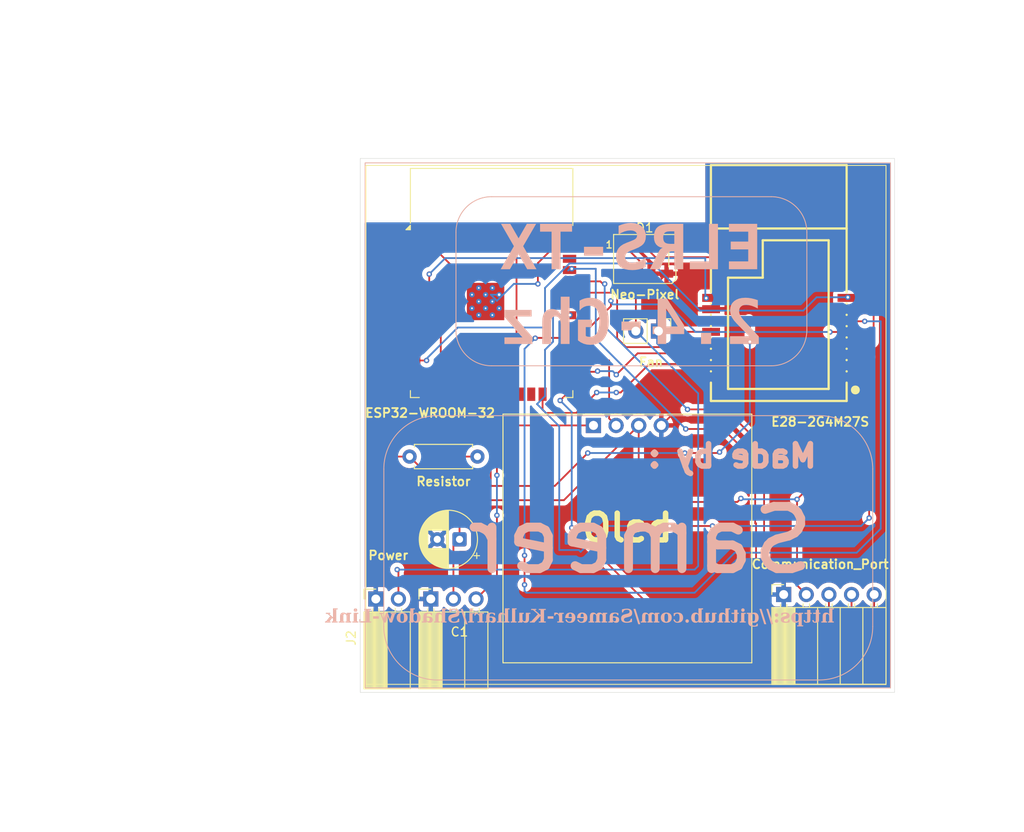
<source format=kicad_pcb>
(kicad_pcb (version 20241229) (generator "pcbnew") (generator_version "9.0")
  (layers (0 "F.Cu" signal) (2 "B.Cu" signal) (13 "F.Paste" user) (15 "B.Paste" user) (5 "F.SilkS" user "F.Silkscreen") (7 "B.SilkS" user "B.Silkscreen") (1 "F.Mask" user) (3 "B.Mask" user) (25 "Edge.Cuts" user))
  (net 0 "")
  (net 1 "GND")
  (net 2 "+3V3")
  (net 3 "/BOOT0")
  (net 4 "/RX")
  (net 5 "/TX")
  (net 6 "+5V")
  (net 7 "/DIN")
  (net 9 "/SDA")
  (net 10 "/SCL")
  (net 11 "/SPORT")
  (net 12 "Net-(U1-EN)")
  (net 13 "Net-(U1-GND-Pad1)")
  (net 14 "/RX_EN")
  (net 15 "/TX_EN")
  (net 17 "/DI02")
  (net 18 "/MOSI")
  (net 20 "/NSS")
  (net 26 "/NRESET")
  (net 28 "/BUSY")
  (net 34 "/DI01")
  (net 35 "/MISO")
  (net 37 "/SCK")
  (footprint "Connector_PinSocket_2.54mm:PinSocket_1x05_P2.54mm_Horizontal" (layer "F.Cu") (at 150.13 106.715 90)
    (property "Reference" "Communication_Port" (at 3.4 4.1 180) (layer "F.SilkS") (effects (font (thickness 0.2) (bold yes))))
    (property "Value" "Conn_01x05_Socket" (hide yes))
    (pad "1" thru_hole rect (at 0 0 90) (size 1.7 1.7) (drill 1) (layers "*.Cu" "*.Mask") (net 1 "GND"))
    (pad "2" thru_hole circle (at 0 2.54 90) (size 1.7 1.7) (drill 1) (layers "*.Cu" "*.Mask") (net 2 "+3V3"))
    (pad "3" thru_hole circle (at 0 5.08 90) (size 1.7 1.7) (drill 1) (layers "*.Cu" "*.Mask") (net 4 "/RX"))
    (pad "4" thru_hole circle (at 0 7.62 90) (size 1.7 1.7) (drill 1) (layers "*.Cu" "*.Mask") (net 5 "/TX"))
    (pad "5" thru_hole circle (at 0 10.16 90) (size 1.7 1.7) (drill 1) (layers "*.Cu" "*.Mask") (net 3 "/BOOT0"))
  )
  (footprint "ScottoKeebs_Components:OLED_128x64" (layer "F.Cu") (at 132.58 87.715)
    (property "Reference" "J1" (hide yes))
    (property "Value" "Oled" (at 0 11.5 0) (layer "F.SilkS") (effects (font (size 3 3) (thickness 0.6) (bold yes))))
    (pad "1" thru_hole rect (at -3.81 0 90) (size 1.7 1.7) (drill 1) (layers "*.Cu" "*.Mask") (net 9 "/SDA"))
    (pad "2" thru_hole oval (at -1.27 0 90) (size 1.7 1.7) (drill 1) (layers "*.Cu" "*.Mask") (net 10 "/SCL"))
    (pad "3" thru_hole oval (at 1.27 0 90) (size 1.7 1.7) (drill 1) (layers "*.Cu" "*.Mask") (net 2 "+3V3"))
    (pad "4" thru_hole oval (at 3.81 0 90) (size 1.7 1.7) (drill 1) (layers "*.Cu" "*.Mask") (net 1 "GND"))
  )
  (footprint "ScottoKeebs_Components:OLED_128x64" (layer "F.Cu") (at 132.58 87.715)
    (property "Reference" "J1" (hide yes))
    (property "Value" "Oled" (at 0 11.5 0) (layer "F.SilkS") (effects (font (size 3 3) (thickness 0.6) (bold yes))))
    (pad "1" thru_hole rect (at -3.81 0 90) (size 1.7 1.7) (drill 1) (layers "*.Cu" "*.Mask") (net 9 "/SDA"))
    (pad "2" thru_hole oval (at -1.27 0 90) (size 1.7 1.7) (drill 1) (layers "*.Cu" "*.Mask") (net 10 "/SCL"))
    (pad "3" thru_hole oval (at 1.27 0 90) (size 1.7 1.7) (drill 1) (layers "*.Cu" "*.Mask") (net 2 "+3V3"))
    (pad "4" thru_hole oval (at 3.81 0 90) (size 1.7 1.7) (drill 1) (layers "*.Cu" "*.Mask") (net 1 "GND"))
  )
  (footprint "Resistor_THT:R_Axial_DIN0207_L6.3mm_D2.5mm_P7.62mm_Horizontal" (layer "F.Cu") (at 108.12 91.215)
    (property "Reference" "R1" (hide yes))
    (property "Value" "Resistor" (at 3.81 2.8 0) (layer "F.SilkS") (effects (font (thickness 0.2) (bold yes))))
    (pad "1" thru_hole circle (at 0 0) (size 1.6 1.6) (drill 0.8) (layers "*.Cu" "*.Mask") (net 2 "+3V3"))
    (pad "2" thru_hole circle (at 7.62 0) (size 1.6 1.6) (drill 0.8) (layers "*.Cu" "*.Mask") (net 12 "Net-(U1-EN)"))
  )
  (footprint "Connector_PinSocket_2.54mm:PinSocket_1x02_P2.54mm_Horizontal" (layer "F.Cu") (at 104.33 107.215 90)
    (property "Reference" "J2" (at -4.38 -2.77 90) (layer "F.SilkS"))
    (property "Value" "Power")
    (pad "1" thru_hole rect (at 0 0 90) (size 1.7 1.7) (drill 1) (layers "*.Cu" "*.Mask") (net 1 "GND"))
    (pad "2" thru_hole circle (at 0 2.54 90) (size 1.7 1.7) (drill 1) (layers "*.Cu" "*.Mask") (net 6 "+5V"))
  )
  (footprint "Capacitor_THT:CP_Radial_D6.3mm_P2.50mm" (layer "F.Cu") (at 113.73 100.515 180)
    (property "Reference" "C1" (at 0.01 -10.4 0) (layer "F.SilkS"))
    (property "Value" "C_Polarized" (hide yes))
    (pad "1" thru_hole roundrect (at 0 0 180) (size 1.6 1.6) (drill 0.8) (layers "*.Cu" "*.Mask") (roundrect_rratio 0.15625) (net 2 "+3V3"))
    (pad "2" thru_hole circle (at 2.5 0 180) (size 1.6 1.6) (drill 0.8) (layers "*.Cu" "*.Mask") (net 1 "GND"))
  )
  (footprint "Connector_PinHeader_2.54mm:PinHeader_1x02_P2.54mm_Vertical" (layer "F.Cu") (at 136.07 77.115 -90)
    (property "Reference" "J3" (hide yes))
    (property "Value" "Fan" (at 3.5 0.84 180) (layer "F.SilkS") (effects (font (thickness 0.2) (bold yes))))
    (pad "1" thru_hole rect (at 0 0 270) (size 1.7 1.7) (drill 1) (layers "*.Cu" "*.Mask") (net 1 "GND"))
    (pad "2" thru_hole circle (at 0 2.54 270) (size 1.7 1.7) (drill 1) (layers "*.Cu" "*.Mask") (net 6 "+5V"))
  )
  (footprint "E28-2G4M27S:WIRELM-SMD_E28-2G4M2XS" (layer "F.Cu") (at 149.58 77.83 180)
    (property "Reference" "U2" (hide yes))
    (property "Value" "~")
    (property "Manufacturer Part" "E28-2G4M27S" (at -4.65 -9.485 0) (layer "F.SilkS") (effects (font (thickness 0.2) (bold yes))))
    (pad "1" smd rect (at -7.6 -4.445 180) (size 2 0.9) (layers "F.Cu" "F.Mask" "F.Paste") (net 2 "+3V3"))
    (pad "2" smd rect (at -7.6 -3.175 180) (size 2 0.9) (layers "F.Cu" "F.Mask" "F.Paste") (net 1 "GND"))
    (pad "3" smd rect (at -7.6 -1.905 180) (size 2 0.9) (layers "F.Cu" "F.Mask" "F.Paste") (net 35 "/MISO"))
    (pad "4" smd rect (at -7.6 -0.635 180) (size 2 0.9) (layers "F.Cu" "F.Mask" "F.Paste") (net 18 "/MOSI"))
    (pad "5" smd rect (at -7.6 0.635 180) (size 2 0.9) (layers "F.Cu" "F.Mask" "F.Paste") (net 37 "/SCK"))
    (pad "6" smd rect (at -7.6 1.905 180) (size 2 0.9) (layers "F.Cu" "F.Mask" "F.Paste") (net 20 "/NSS"))
    (pad "7" smd rect (at -7.6 3.175 180) (size 2 0.9) (layers "F.Cu" "F.Mask" "F.Paste") (net 1 "GND"))
    (pad "8" smd rect (at -7.6 4.445 180) (size 2 0.9) (layers "F.Cu" "F.Mask" "F.Paste") (net 14 "/RX_EN"))
    (pad "9" smd rect (at 7.6 4.445 180) (size 2 0.9) (layers "F.Cu" "F.Mask" "F.Paste") (net 15 "/TX_EN"))
    (pad "10" smd rect (at 7.6 3.175 180) (size 2 0.9) (layers "F.Cu" "F.Mask" "F.Paste") (net 1 "GND"))
    (pad "11" smd rect (at 7.6 1.905 180) (size 2 0.9) (layers "F.Cu" "F.Mask" "F.Paste") (net 26 "/NRESET"))
    (pad "12" smd rect (at 7.6 0.635 180) (size 2 0.9) (layers "F.Cu" "F.Mask" "F.Paste") (net 28 "/BUSY"))
    (pad "13" smd rect (at 7.6 -0.635 180) (size 2 0.9) (layers "F.Cu" "F.Mask" "F.Paste") (net 34 "/DI01"))
    (pad "14" smd rect (at 7.6 -1.905 180) (size 2 0.9) (layers "F.Cu" "F.Mask" "F.Paste") (net 17 "/DI02"))
    (pad "15" smd rect (at 7.6 -3.175 180) (size 2 0.9) (layers "F.Cu" "F.Mask" "F.Paste"))
    (pad "16" smd rect (at 7.6 -4.445 180) (size 2 0.9) (layers "F.Cu" "F.Mask" "F.Paste") (net 1 "GND"))
  )
  (footprint "RF_Module:ESP32-WROOM-32" (layer "F.Cu") (at 117.335 74.7)
    (property "Reference" "U1" (hide yes))
    (property "Value" "ESP32-WROOM-32" (at -6.905 11.615 0) (layer "F.SilkS") (effects (font (thickness 0.2) (bold yes))))
    (pad "1" smd rect (at -8.75 -8.25) (size 1.5 0.9) (layers "F.Cu" "F.Mask" "F.Paste") (net 13 "Net-(U1-GND-Pad1)"))
    (pad "2" smd rect (at -8.75 -6.98) (size 1.5 0.9) (layers "F.Cu" "F.Mask" "F.Paste") (net 2 "+3V3"))
    (pad "3" smd rect (at -8.75 -5.71) (size 1.5 0.9) (layers "F.Cu" "F.Mask" "F.Paste") (net 12 "Net-(U1-EN)"))
    (pad "4" smd rect (at -8.75 -4.44) (size 1.5 0.9) (layers "F.Cu" "F.Mask" "F.Paste"))
    (pad "5" smd rect (at -8.75 -3.17) (size 1.5 0.9) (layers "F.Cu" "F.Mask" "F.Paste"))
    (pad "6" smd rect (at -8.75 -1.9) (size 1.5 0.9) (layers "F.Cu" "F.Mask" "F.Paste"))
    (pad "7" smd rect (at -8.75 -0.63) (size 1.5 0.9) (layers "F.Cu" "F.Mask" "F.Paste"))
    (pad "8" smd rect (at -8.75 0.64) (size 1.5 0.9) (layers "F.Cu" "F.Mask" "F.Paste"))
    (pad "9" smd rect (at -8.75 1.91) (size 1.5 0.9) (layers "F.Cu" "F.Mask" "F.Paste"))
    (pad "10" smd rect (at -8.75 3.18) (size 1.5 0.9) (layers "F.Cu" "F.Mask" "F.Paste"))
    (pad "11" smd rect (at -8.75 4.45) (size 1.5 0.9) (layers "F.Cu" "F.Mask" "F.Paste") (net 15 "/TX_EN"))
    (pad "12" smd rect (at -8.75 5.72) (size 1.5 0.9) (layers "F.Cu" "F.Mask" "F.Paste") (net 14 "/RX_EN"))
    (pad "13" smd rect (at -8.75 6.99) (size 1.5 0.9) (layers "F.Cu" "F.Mask" "F.Paste") (net 26 "/NRESET"))
    (pad "14" smd rect (at -8.75 8.26) (size 1.5 0.9) (layers "F.Cu" "F.Mask" "F.Paste"))
    (pad "15" smd rect (at -5.71 9.51 90) (size 1.5 0.9) (layers "F.Cu" "F.Mask" "F.Paste") (net 13 "Net-(U1-GND-Pad1)"))
    (pad "16" smd rect (at -4.44 9.51 90) (size 1.5 0.9) (layers "F.Cu" "F.Mask" "F.Paste") (net 11 "/SPORT"))
    (pad "17" smd rect (at -3.17 9.51 90) (size 1.5 0.9) (layers "F.Cu" "F.Mask" "F.Paste") (net 9 "/SDA"))
    (pad "18" smd rect (at -1.9 9.51 90) (size 1.5 0.9) (layers "F.Cu" "F.Mask" "F.Paste") (net 7 "/DIN"))
    (pad "19" smd rect (at -0.63 9.51 90) (size 1.5 0.9) (layers "F.Cu" "F.Mask" "F.Paste"))
    (pad "20" smd rect (at 0.64 9.51 90) (size 1.5 0.9) (layers "F.Cu" "F.Mask" "F.Paste"))
    (pad "21" smd rect (at 1.91 9.51 90) (size 1.5 0.9) (layers "F.Cu" "F.Mask" "F.Paste"))
    (pad "22" smd rect (at 3.18 9.51 90) (size 1.5 0.9) (layers "F.Cu" "F.Mask" "F.Paste"))
    (pad "23" smd rect (at 4.45 9.51 90) (size 1.5 0.9) (layers "F.Cu" "F.Mask" "F.Paste"))
    (pad "24" smd rect (at 5.72 9.51 90) (size 1.5 0.9) (layers "F.Cu" "F.Mask" "F.Paste") (net 17 "/DI02"))
    (pad "25" smd rect (at 8.75 8.26) (size 1.5 0.9) (layers "F.Cu" "F.Mask" "F.Paste") (net 3 "/BOOT0"))
    (pad "26" smd rect (at 8.75 6.99) (size 1.5 0.9) (layers "F.Cu" "F.Mask" "F.Paste") (net 34 "/DI01"))
    (pad "27" smd rect (at 8.75 5.72) (size 1.5 0.9) (layers "F.Cu" "F.Mask" "F.Paste") (net 10 "/SCL"))
    (pad "28" smd rect (at 8.75 4.45) (size 1.5 0.9) (layers "F.Cu" "F.Mask" "F.Paste"))
    (pad "29" smd rect (at 8.75 3.18) (size 1.5 0.9) (layers "F.Cu" "F.Mask" "F.Paste") (net 20 "/NSS"))
    (pad "30" smd rect (at 8.75 1.91) (size 1.5 0.9) (layers "F.Cu" "F.Mask" "F.Paste") (net 37 "/SCK"))
    (pad "31" smd rect (at 8.75 0.64) (size 1.5 0.9) (layers "F.Cu" "F.Mask" "F.Paste") (net 35 "/MISO"))
    (pad "32" smd rect (at 8.75 -0.63) (size 1.5 0.9) (layers "F.Cu" "F.Mask" "F.Paste"))
    (pad "33" smd rect (at 8.75 -1.9) (size 1.5 0.9) (layers "F.Cu" "F.Mask" "F.Paste") (net 28 "/BUSY"))
    (pad "34" smd rect (at 8.75 -3.17) (size 1.5 0.9) (layers "F.Cu" "F.Mask" "F.Paste") (net 4 "/RX"))
    (pad "35" smd rect (at 8.75 -4.44) (size 1.5 0.9) (layers "F.Cu" "F.Mask" "F.Paste") (net 5 "/TX"))
    (pad "36" smd rect (at 8.75 -5.71) (size 1.5 0.9) (layers "F.Cu" "F.Mask" "F.Paste"))
    (pad "37" smd rect (at 8.75 -6.98) (size 1.5 0.9) (layers "F.Cu" "F.Mask" "F.Paste") (net 18 "/MOSI"))
    (pad "38" smd rect (at 8.75 -8.25) (size 1.5 0.9) (layers "F.Cu" "F.Mask" "F.Paste") (net 13 "Net-(U1-GND-Pad1)"))
    (pad "39" smd rect (at -2.205 -2.435) (size 1.05 1.05) (layers "F.Cu" "F.Paste") (net 13 "Net-(U1-GND-Pad1)"))
    (pad "39" thru_hole circle (at -2.205 -1.6725) (size 0.6 0.6) (drill 0.2) (property pad_prop_heatsink) (layers "*.Cu" "F.Mask") (net 13 "Net-(U1-GND-Pad1)"))
    (pad "39" smd rect (at -2.205 -0.91) (size 1.05 1.05) (layers "F.Cu" "F.Paste") (net 13 "Net-(U1-GND-Pad1)"))
    (pad "39" thru_hole circle (at -2.205 -0.1475) (size 0.6 0.6) (drill 0.2) (property pad_prop_heatsink) (layers "*.Cu" "F.Mask") (net 13 "Net-(U1-GND-Pad1)"))
    (pad "39" smd rect (at -2.205 0.615) (size 1.05 1.05) (layers "F.Cu" "F.Paste") (net 13 "Net-(U1-GND-Pad1)"))
    (pad "39" thru_hole circle (at -1.4425 -2.435) (size 0.6 0.6) (drill 0.2) (property pad_prop_heatsink) (layers "*.Cu" "F.Mask") (net 13 "Net-(U1-GND-Pad1)"))
    (pad "39" thru_hole circle (at -1.4425 -0.91) (size 0.6 0.6) (drill 0.2) (property pad_prop_heatsink) (layers "*.Cu" "F.Mask") (net 13 "Net-(U1-GND-Pad1)"))
    (pad "39" thru_hole circle (at -1.4425 0.615) (size 0.6 0.6) (drill 0.2) (property pad_prop_heatsink) (layers "*.Cu" "F.Mask") (net 13 "Net-(U1-GND-Pad1)"))
    (pad "39" smd rect (at -0.68 -2.435) (size 1.05 1.05) (layers "F.Cu" "F.Paste") (net 13 "Net-(U1-GND-Pad1)"))
    (pad "39" thru_hole circle (at -0.68 -1.6725) (size 0.6 0.6) (drill 0.2) (property pad_prop_heatsink) (layers "*.Cu" "F.Mask") (net 13 "Net-(U1-GND-Pad1)"))
    (pad "39" smd rect (at -0.68 -0.91) (size 1.05 1.05) (layers "F.Cu" "F.Paste") (net 13 "Net-(U1-GND-Pad1)"))
    (pad "39" smd rect (at -0.68 -0.91) (size 4.2 4.2) (property pad_prop_heatsink) (layers "F.Cu" "F.Mask") (net 13 "Net-(U1-GND-Pad1)"))
    (pad "39" thru_hole circle (at -0.68 -0.1475) (size 0.6 0.6) (drill 0.2) (property pad_prop_heatsink) (layers "*.Cu" "F.Mask") (net 13 "Net-(U1-GND-Pad1)"))
    (pad "39" smd rect (at -0.68 0.615) (size 1.05 1.05) (layers "F.Cu" "F.Paste") (net 13 "Net-(U1-GND-Pad1)"))
    (pad "39" thru_hole circle (at 0.0825 -2.435) (size 0.6 0.6) (drill 0.2) (property pad_prop_heatsink) (layers "*.Cu" "F.Mask") (net 13 "Net-(U1-GND-Pad1)"))
    (pad "39" thru_hole circle (at 0.0825 -0.91) (size 0.6 0.6) (drill 0.2) (property pad_prop_heatsink) (layers "*.Cu" "F.Mask") (net 13 "Net-(U1-GND-Pad1)"))
    (pad "39" thru_hole circle (at 0.0825 0.615) (size 0.6 0.6) (drill 0.2) (property pad_prop_heatsink) (layers "*.Cu" "F.Mask") (net 13 "Net-(U1-GND-Pad1)"))
    (pad "39" smd rect (at 0.845 -2.435) (size 1.05 1.05) (layers "F.Cu" "F.Paste") (net 13 "Net-(U1-GND-Pad1)"))
    (pad "39" thru_hole circle (at 0.845 -1.6725) (size 0.6 0.6) (drill 0.2) (property pad_prop_heatsink) (layers "*.Cu" "F.Mask") (net 13 "Net-(U1-GND-Pad1)"))
    (pad "39" smd rect (at 0.845 -0.91) (size 1.05 1.05) (layers "F.Cu" "F.Paste") (net 13 "Net-(U1-GND-Pad1)"))
    (pad "39" thru_hole circle (at 0.845 -0.1475) (size 0.6 0.6) (drill 0.2) (property pad_prop_heatsink) (layers "*.Cu" "F.Mask") (net 13 "Net-(U1-GND-Pad1)"))
    (pad "39" smd rect (at 0.845 0.615) (size 1.05 1.05) (layers "F.Cu" "F.Paste") (net 13 "Net-(U1-GND-Pad1)"))
    (zone (net 0) (net_name "") (layers "F.Cu" "B.Cu") (connect_pads (clearance 0)) (min_thickness 0.254)
      (keepout (tracks not_allowed) (vias not_allowed) (pads not_allowed) (copperpour not_allowed) (footprints not_allowed))
      (fill (thermal_gap 0.508) (thermal_bridge_width 0.508))
      (polygon (pts (xy 93.335 64.9) (xy 141.335 64.9) (xy 141.335 43.96) (xy 93.335 43.96)))
    )
  )
  (footprint "LED_SMD:LED_WS2812B_PLCC4_5.0x5.0mm_P3.2mm" (layer "F.Cu") (at 134.53 69.015)
    (property "Reference" "D1" (at 0 -3.5 0) (layer "F.SilkS"))
    (property "Value" "Neo-Pixel" (at 0 4 0) (layer "F.SilkS") (effects (font (thickness 0.2) (bold yes))))
    (fp_text user "1" (at -4 -1.6 0) (layer "F.SilkS") (effects (font (size 0.8 0.8))))
    (pad "1" smd roundrect (at -2.45 -1.65) (size 1.5 0.9) (layers "F.Cu" "F.Mask" "F.Paste") (roundrect_rratio 0.1) (net 6 "+5V"))
    (pad "2" smd roundrect (at -2.45 1.65) (size 1.5 0.9) (layers "F.Cu" "F.Mask" "F.Paste") (roundrect_rratio 0.1))
    (pad "3" smd roundrect (at 2.45 1.65) (size 1.5 0.9) (layers "F.Cu" "F.Mask" "F.Paste") (roundrect_rratio 0.1) (net 1 "GND"))
    (pad "4" smd roundrect (at 2.45 -1.65) (size 1.5 0.9) (layers "F.Cu" "F.Mask" "F.Paste") (roundrect_rratio 0.1) (net 7 "/DIN"))
  )
  (footprint "Connector_PinSocket_2.54mm:PinSocket_1x03_P2.54mm_Horizontal" (layer "F.Cu") (at 110.505 107.215 90)
    (property "Reference" "Power" (at 4.9 -4.775 180) (layer "F.SilkS") (effects (font (thickness 0.2) (bold yes))))
    (property "Value" "Conn_01x03_Socket" (hide yes))
    (pad "1" thru_hole rect (at 0 0 90) (size 1.7 1.7) (drill 1) (layers "*.Cu" "*.Mask") (net 1 "GND"))
    (pad "2" thru_hole circle (at 0 2.54 90) (size 1.7 1.7) (drill 1) (layers "*.Cu" "*.Mask") (net 2 "+3V3"))
    (pad "3" thru_hole circle (at 0 5.08 90) (size 1.7 1.7) (drill 1) (layers "*.Cu" "*.Mask") (net 11 "/SPORT"))
  )
  (gr_rect (start 103.22 58.505) (end 161.62 116.805) (stroke (width 0.1)) (fill no) (layer "F.SilkS"))
  (gr_line (start 152.73 66.015) (end 152.73 77.015) (stroke (width 0.1)) (layer "B.SilkS"))
  (gr_line (start 111.23 86.615) (end 154.13 86.615) (stroke (width 0.1)) (layer "B.SilkS"))
  (gr_line (start 113.33 77.015) (end 113.33 66.015) (stroke (width 0.1)) (layer "B.SilkS"))
  (gr_arc (start 105.23 92.615) (mid 106.987359 88.372359) (end 111.23 86.615) (stroke (width 0.1)) (layer "B.SilkS"))
  (gr_arc (start 117.33 81.015) (mid 114.501573 79.843427) (end 113.33 77.015) (stroke (width 0.1)) (layer "B.SilkS"))
  (gr_arc (start 111.23 116.315) (mid 106.987359 114.557641) (end 105.23 110.315) (stroke (width 0.1)) (layer "B.SilkS"))
  (gr_rect (start 103.13 58.215) (end 162.13 117.215) (stroke (width 0.1)) (fill no) (layer "B.SilkS"))
  (gr_arc (start 152.73 77.015) (mid 151.558427 79.843427) (end 148.73 81.015) (stroke (width 0.1)) (layer "B.SilkS"))
  (gr_line (start 148.73 81.015) (end 117.33 81.015) (stroke (width 0.1)) (layer "B.SilkS"))
  (gr_line (start 160.13 92.615) (end 160.13 110.315) (stroke (width 0.1)) (layer "B.SilkS"))
  (gr_arc (start 148.73 62.015) (mid 151.558427 63.186573) (end 152.73 66.015) (stroke (width 0.1)) (layer "B.SilkS"))
  (gr_arc (start 160.13 110.315) (mid 158.372641 114.557641) (end 154.13 116.315) (stroke (width 0.1)) (layer "B.SilkS"))
  (gr_line (start 154.13 116.315) (end 111.23 116.315) (stroke (width 0.1)) (layer "B.SilkS"))
  (gr_arc (start 113.33 66.015) (mid 114.501573 63.186573) (end 117.33 62.015) (stroke (width 0.1)) (layer "B.SilkS"))
  (gr_line (start 117.33 62.015) (end 148.73 62.015) (stroke (width 0.1)) (layer "B.SilkS"))
  (gr_line (start 105.23 110.315) (end 105.23 92.615) (stroke (width 0.1)) (layer "B.SilkS"))
  (gr_arc (start 154.13 86.615) (mid 158.372641 88.372359) (end 160.13 92.615) (stroke (width 0.1)) (layer "B.SilkS"))
  (gr_rect (start 102.58 57.715) (end 162.58 117.715) (stroke (width 0.05)) (fill no) (layer "Edge.Cuts"))
  (gr_text "Made by :" (at 154.13 92.615 0) (layer "B.SilkS") (effects (font (size 2.5 2.5) (thickness 0.625) (bold yes)) (justify left bottom mirror)))
  (gr_text "Sameer" (at 154.03 104.715 0) (layer "B.SilkS") (effects (font (size 7 7) (thickness 1)) (justify left bottom mirror)))
  (gr_text "https://github.com/Sameer-Kulhari/Shadow-Link" (at 155.83 110.115 0) (layer "B.SilkS") (effects (font (size 1.5 1.5) (thickness 0.2) (bold yes)) (justify left bottom mirror)))
  (gr_text "ELRS-TX\n2.4-Ghz" (at 147.73 79.415 0) (layer "B.SilkS") (effects (font (size 5 5) (thickness 0.2) (bold yes)) (justify left bottom mirror)))
  (segment (start 104.33 110.415) (end 110.53 110.415) (width 0.2) (layer "F.Cu") (net 1))
  (segment (start 142.83 72.215) (end 150.23 72.215) (width 0.2) (layer "F.Cu") (net 1))
  (segment (start 136.39 87.715) (end 141.83 82.275) (width 0.2) (layer "F.Cu") (net 1))
  (segment (start 141.83 82.275) (end 141.98 82.275) (width 0.2) (layer "F.Cu") (net 1))
  (segment (start 110.53 110.415) (end 110.505 110.39) (width 0.2) (layer "F.Cu") (net 1))
  (segment (start 150.33 81.115) (end 150.53 81.115) (width 0.2) (layer "F.Cu") (net 1))
  (segment (start 136.98 70.665) (end 141.28 70.665) (width 0.2) (layer "F.Cu") (net 1))
  (segment (start 150.64 81.005) (end 157.18 81.005) (width 0.2) (layer "F.Cu") (net 1))
  (segment (start 110.505 110.39) (end 110.505 107.215) (width 0.2) (layer "F.Cu") (net 1))
  (segment (start 104.33 107.215) (end 104.33 110.415) (width 0.2) (layer "F.Cu") (net 1))
  (segment (start 150.13 81.115) (end 150.33 81.115) (width 0.2) (layer "F.Cu") (net 1))
  (segment (start 110.505 101.24) (end 111.23 100.515) (width 0.2) (layer "F.Cu") (net 1))
  (segment (start 136.07 71.575) (end 136.98 70.665) (width 0.2) (layer "F.Cu") (net 1))
  (segment (start 150.37 74.655) (end 150.43 74.715) (width 0.2) (layer "F.Cu") (net 1))
  (segment (start 136.07 77.115) (end 136.07 71.575) (width 0.2) (layer "F.Cu") (net 1))
  (segment (start 150.33 74.715) (end 150.43 74.715) (width 0.2) (layer "F.Cu") (net 1))
  (segment (start 141.98 82.275) (end 150.09 82.275) (width 0.2) (layer "F.Cu") (net 1))
  (segment (start 150.13 82.315) (end 150.13 81.115) (width 0.2) (layer "F.Cu") (net 1))
  (segment (start 150.49 74.655) (end 157.18 74.655) (width 0.2) (layer "F.Cu") (net 1))
  (segment (start 150.53 81.115) (end 150.64 81.005) (width 0.2) (layer "F.Cu") (net 1))
  (segment (start 150.33 81.115) (end 150.33 74.715) (width 0.2) (layer "F.Cu") (net 1))
  (segment (start 150.23 72.215) (end 150.23 74.515) (width 0.2) (layer "F.Cu") (net 1))
  (segment (start 141.98 74.655) (end 150.37 74.655) (width 0.2) (layer "F.Cu") (net 1))
  (segment (start 110.505 107.215) (end 110.505 101.24) (width 0.2) (layer "F.Cu") (net 1))
  (segment (start 150.09 82.275) (end 150.13 82.315) (width 0.2) (layer "F.Cu") (net 1))
  (segment (start 141.28 70.665) (end 142.83 72.215) (width 0.2) (layer "F.Cu") (net 1))
  (segment (start 150.23 74.515) (end 150.43 74.715) (width 0.2) (layer "F.Cu") (net 1))
  (segment (start 150.43 74.715) (end 150.49 74.655) (width 0.2) (layer "F.Cu") (net 1))
  (segment (start 150.13 106.715) (end 150.13 82.315) (width 0.2) (layer "F.Cu") (net 1))
  (segment (start 113.045 107.215) (end 113.045 101.2) (width 0.2) (layer "F.Cu") (net 2))
  (segment (start 151.63 96.015) (end 157.18 90.465) (width 0.2) (layer "F.Cu") (net 2))
  (segment (start 133.83 96.315) (end 133.85 96.295) (width 0.2) (layer "F.Cu") (net 2))
  (segment (start 145.33 95.915) (end 144.93 96.315) (width 0.2) (layer "F.Cu") (net 2))
  (segment (start 125.45 96.115) (end 133.85 87.715) (width 0.2) (layer "F.Cu") (net 2))
  (segment (start 113.73 96.115) (end 125.45 96.115) (width 0.2) (layer "F.Cu") (net 2))
  (segment (start 152.67 106.715) (end 151.63 105.675) (width 0.2) (layer "F.Cu") (net 2))
  (segment (start 133.85 96.295) (end 133.85 87.715) (width 0.2) (layer "F.Cu") (net 2))
  (segment (start 103.73 91.215) (end 103.73 67.72) (width 0.2) (layer "F.Cu") (net 2))
  (segment (start 113.73 96.115) (end 113.02 96.115) (width 0.2) (layer "F.Cu") (net 2))
  (segment (start 144.93 96.315) (end 133.83 96.315) (width 0.2) (layer "F.Cu") (net 2))
  (segment (start 113.045 101.2) (end 113.73 100.515) (width 0.2) (layer "F.Cu") (net 2))
  (segment (start 113.73 100.515) (end 113.73 96.115) (width 0.2) (layer "F.Cu") (net 2))
  (segment (start 157.18 90.465) (end 157.18 82.275) (width 0.2) (layer "F.Cu") (net 2))
  (segment (start 108.12 91.215) (end 103.73 91.215) (width 0.2) (layer "F.Cu") (net 2))
  (segment (start 103.73 67.72) (end 108.585 67.72) (width 0.2) (layer "F.Cu") (net 2))
  (segment (start 151.63 105.675) (end 151.63 96.015) (width 0.2) (layer "F.Cu") (net 2))
  (segment (start 113.02 96.115) (end 108.12 91.215) (width 0.2) (layer "F.Cu") (net 2))
  (via (at 145.33 95.915) (size 0.6) (drill 0.3) (layers "F.Cu" "B.Cu") (net 2))
  (via (at 151.63 96.015) (size 0.6) (drill 0.3) (layers "F.Cu" "B.Cu") (net 2))
  (segment (start 145.33 95.915) (end 145.43 96.015) (width 0.2) (layer "B.Cu") (net 2))
  (segment (start 145.43 96.015) (end 151.63 96.015) (width 0.2) (layer "B.Cu") (net 2))
  (segment (start 160.29 112.355) (end 159.93 112.715) (width 0.2) (layer "F.Cu") (net 3))
  (segment (start 126.085 83.86) (end 126.085 82.96) (width 0.2) (layer "F.Cu") (net 3))
  (segment (start 125.03 84.915) (end 126.085 83.86) (width 0.2) (layer "F.Cu") (net 3))
  (segment (start 139.83 112.715) (end 126.33 99.215) (width 0.2) (layer "F.Cu") (net 3))
  (segment (start 159.93 112.715) (end 139.83 112.715) (width 0.2) (layer "F.Cu") (net 3))
  (segment (start 160.29 106.715) (end 160.29 112.355) (width 0.2) (layer "F.Cu") (net 3))
  (via (at 125.03 84.915) (size 0.6) (drill 0.3) (layers "F.Cu" "B.Cu") (net 3))
  (via (at 126.33 99.215) (size 0.6) (drill 0.3) (layers "F.Cu" "B.Cu") (net 3))
  (segment (start 126.33 86.215) (end 125.03 84.915) (width 0.2) (layer "B.Cu") (net 3))
  (segment (start 126.33 99.215) (end 126.33 86.215) (width 0.2) (layer "B.Cu") (net 3))
  (segment (start 155.21 109.235) (end 154.93 109.515) (width 0.2) (layer "F.Cu") (net 4))
  (segment (start 154.93 109.515) (end 154.83 109.415) (width 0.2) (layer "F.Cu") (net 4))
  (segment (start 143.63 85.915) (end 139.33 85.915) (width 0.2) (layer "F.Cu") (net 4))
  (segment (start 147.93 90.215) (end 143.63 85.915) (width 0.2) (layer "F.Cu") (net 4))
  (segment (start 129.83 71.815) (end 129.545 71.53) (width 0.2) (layer "F.Cu") (net 4))
  (segment (start 154.83 109.415) (end 148.03 109.415) (width 0.2) (layer "F.Cu") (net 4))
  (segment (start 148.03 109.415) (end 148.03 99.866939) (width 0.2) (layer "F.Cu") (net 4))
  (segment (start 155.21 106.715) (end 155.21 109.235) (width 0.2) (layer "F.Cu") (net 4))
  (segment (start 148.03 99.866939) (end 147.93 99.766939) (width 0.2) (layer "F.Cu") (net 4))
  (segment (start 129.545 71.53) (end 126.085 71.53) (width 0.2) (layer "F.Cu") (net 4))
  (segment (start 130.03 71.815) (end 129.83 71.815) (width 0.2) (layer "F.Cu") (net 4))
  (segment (start 147.93 99.766939) (end 147.93 90.215) (width 0.2) (layer "F.Cu") (net 4))
  (via (at 139.33 85.915) (size 0.6) (drill 0.3) (layers "F.Cu" "B.Cu") (net 4))
  (via (at 130.03 71.815) (size 0.6) (drill 0.3) (layers "F.Cu" "B.Cu") (net 4))
  (segment (start 139.33 85.915) (end 130.03 76.615) (width 0.2) (layer "B.Cu") (net 4))
  (segment (start 130.03 76.615) (end 130.03 71.815) (width 0.2) (layer "B.Cu") (net 4))
  (segment (start 157.75 110.295) (end 157.13 110.915) (width 0.2) (layer "F.Cu") (net 5))
  (segment (start 147.028528 98.716472) (end 146.93 98.716472) (width 0.2) (layer "F.Cu") (net 5))
  (segment (start 157.13 110.915) (end 147.53 110.915) (width 0.2) (layer "F.Cu") (net 5))
  (segment (start 143.33 88.115) (end 139.13 88.115) (width 0.2) (layer "F.Cu") (net 5))
  (segment (start 147.028528 110.413528) (end 147.028528 98.716472) (width 0.2) (layer "F.Cu") (net 5))
  (segment (start 147.53 110.915) (end 147.028528 110.413528) (width 0.2) (layer "F.Cu") (net 5))
  (segment (start 146.93 98.716472) (end 146.93 91.715) (width 0.2) (layer "F.Cu") (net 5))
  (segment (start 157.75 106.715) (end 157.75 110.295) (width 0.2) (layer "F.Cu") (net 5))
  (segment (start 146.93 91.715) (end 143.33 88.115) (width 0.2) (layer "F.Cu") (net 5))
  (via (at 126.33 70.115) (size 0.6) (drill 0.3) (layers "F.Cu" "B.Cu") (net 5))
  (via (at 139.13 88.115) (size 0.6) (drill 0.3) (layers "F.Cu" "B.Cu") (net 5))
  (segment (start 139.13 88.115) (end 129.03 78.015) (width 0.2) (layer "B.Cu") (net 5))
  (segment (start 126.13 70.115) (end 125.93 70.315) (width 0.2) (layer "B.Cu") (net 5))
  (segment (start 126.13 70.115) (end 126.33 70.115) (width 0.2) (layer "B.Cu") (net 5))
  (segment (start 129.03 78.015) (end 129.03 70.115) (width 0.2) (layer "B.Cu") (net 5))
  (segment (start 129.03 70.115) (end 126.33 70.115) (width 0.2) (layer "B.Cu") (net 5))
  (segment (start 133.53 73.215) (end 134.23 72.515) (width 0.2) (layer "F.Cu") (net 6))
  (segment (start 134.23 72.515) (end 134.23 69.515) (width 0.2) (layer "F.Cu") (net 6))
  (segment (start 133.53 77.115) (end 133.53 73.215) (width 0.2) (layer "F.Cu") (net 6))
  (segment (start 106.87 107.215) (end 106.87 104.055) (width 0.2) (layer "F.Cu") (net 6))
  (segment (start 134.23 69.515) (end 132.08 67.365) (width 0.2) (layer "F.Cu") (net 6))
  (segment (start 106.87 104.055) (end 106.73 103.915) (width 0.2) (layer "F.Cu") (net 6))
  (via (at 106.73 103.915) (size 0.6) (drill 0.3) (layers "F.Cu" "B.Cu") (net 6))
  (segment (start 106.73 103.915) (end 140.13 103.915) (width 0.2) (layer "B.Cu") (net 6))
  (segment (start 140.53 103.515) (end 140.53 84.115) (width 0.2) (layer "B.Cu") (net 6))
  (segment (start 140.53 84.115) (end 133.53 77.115) (width 0.2) (layer "B.Cu") (net 6))
  (segment (start 140.13 103.915) (end 140.53 103.515) (width 0.2) (layer "B.Cu") (net 6))
  (segment (start 120.13 65.215) (end 120.13 78.565) (width 0.2) (layer "F.Cu") (net 7))
  (segment (start 134.83 65.215) (end 120.13 65.215) (width 0.2) (layer "F.Cu") (net 7))
  (segment (start 136.98 67.365) (end 134.83 65.215) (width 0.2) (layer "F.Cu") (net 7))
  (segment (start 115.435 83.26) (end 115.435 84.21) (width 0.2) (layer "F.Cu") (net 7))
  (segment (start 120.13 78.565) (end 115.435 83.26) (width 0.2) (layer "F.Cu") (net 7))
  (segment (start 118.13 87.415) (end 114.63 87.415) (width 0.2) (layer "F.Cu") (net 9))
  (segment (start 118.43 87.715) (end 118.13 87.415) (width 0.2) (layer "F.Cu") (net 9))
  (segment (start 114.165 86.88) (end 114.165 84.21) (width 0.2) (layer "F.Cu") (net 9))
  (segment (start 128.77 87.715) (end 118.43 87.715) (width 0.2) (layer "F.Cu") (net 9))
  (segment (start 114.63 87.415) (end 114.13 86.915) (width 0.2) (layer "F.Cu") (net 9))
  (segment (start 114.13 86.915) (end 114.165 86.88) (width 0.2) (layer "F.Cu") (net 9))
  (segment (start 130.53 86.935) (end 130.53 80.42) (width 0.2) (layer "F.Cu") (net 10))
  (segment (start 131.31 87.715) (end 130.53 86.935) (width 0.2) (layer "F.Cu") (net 10))
  (segment (start 130.53 80.42) (end 126.085 80.42) (width 0.2) (layer "F.Cu") (net 10))
  (segment (start 117.93 93.315) (end 117.93 88.315) (width 0.2) (layer "F.Cu") (net 11))
  (segment (start 112.895 87.95) (end 112.895 84.21) (width 0.2) (layer "F.Cu") (net 11))
  (segment (start 115.585 107.215) (end 117.93 104.87) (width 0.2) (layer "F.Cu") (net 11))
  (segment (start 112.63 88.215) (end 112.895 87.95) (width 0.2) (layer "F.Cu") (net 11))
  (segment (start 112.73 88.315) (end 112.63 88.215) (width 0.2) (layer "F.Cu") (net 11))
  (segment (start 117.93 88.315) (end 112.73 88.315) (width 0.2) (layer "F.Cu") (net 11))
  (segment (start 117.93 104.87) (end 117.93 97.815) (width 0.2) (layer "F.Cu") (net 11))
  (via (at 117.93 93.315) (size 0.6) (drill 0.3) (layers "F.Cu" "B.Cu") (net 11))
  (via (at 117.93 97.815) (size 0.6) (drill 0.3) (layers "F.Cu" "B.Cu") (net 11))
  (segment (start 117.93 97.815) (end 117.93 93.315) (width 0.2) (layer "B.Cu") (net 11))
  (segment (start 104.93 88.115) (end 104.93 70.615) (width 0.2) (layer "F.Cu") (net 12))
  (segment (start 104.93 70.615) (end 106.555 68.99) (width 0.2) (layer "F.Cu") (net 12))
  (segment (start 106.555 68.99) (end 108.585 68.99) (width 0.2) (layer "F.Cu") (net 12))
  (segment (start 115.74 91.215) (end 111.03 91.215) (width 0.2) (layer "F.Cu") (net 12))
  (segment (start 111.03 91.215) (end 107.93 88.115) (width 0.2) (layer "F.Cu") (net 12))
  (segment (start 107.93 88.115) (end 104.93 88.115) (width 0.2) (layer "F.Cu") (net 12))
  (segment (start 126.085 66.45) (end 125.553 66.45) (width 0.2) (layer "F.Cu") (net 13))
  (segment (start 109.535 66.45) (end 108.585 66.45) (width 0.2) (layer "F.Cu") (net 13))
  (segment (start 111.93 73.715) (end 111.625 74.02) (width 0.2) (layer "F.Cu") (net 13))
  (segment (start 122.53 69.473) (end 122.53 71.815) (width 0.2) (layer "F.Cu") (net 13))
  (segment (start 111.625 74.02) (end 111.625 84.21) (width 0.2) (layer "F.Cu") (net 13))
  (segment (start 112.005 73.79) (end 111.93 73.715) (width 0.2) (layer "F.Cu") (net 13))
  (segment (start 115.13 73.79) (end 115.13 72.045) (width 0.2) (layer "F.Cu") (net 13))
  (segment (start 115.13 72.045) (end 109.535 66.45) (width 0.2) (layer "F.Cu") (net 13))
  (segment (start 125.553 66.45) (end 122.53 69.473) (width 0.2) (layer "F.Cu") (net 13))
  (segment (start 116.655 73.79) (end 112.005 73.79) (width 0.2) (layer "F.Cu") (net 13))
  (via (at 118.18 73.0275) (size 0.6) (drill 0.3) (layers "F.Cu" "B.Cu") (net 13))
  (via (at 122.53 71.815) (size 0.6) (drill 0.3) (layers "F.Cu" "B.Cu") (net 13))
  (segment (start 117.2425 73.0275) (end 117.93 73.715) (width 0.2) (layer "B.Cu") (net 13))
  (segment (start 117.93 73.715) (end 119.83 71.815) (width 0.2) (layer "B.Cu") (net 13))
  (segment (start 118.18 73.0275) (end 117.2425 73.0275) (width 0.2) (layer "B.Cu") (net 13))
  (segment (start 119.83 71.815) (end 122.53 71.815) (width 0.2) (layer "B.Cu") (net 13))
  (segment (start 108.585 80.42) (end 110.025 80.42) (width 0.2) (layer "F.Cu") (net 14))
  (segment (start 110.025 80.42) (end 110.03 80.415) (width 0.2) (layer "F.Cu") (net 14))
  (via (at 157.33 73.315) (size 0.6) (drill 0.3) (layers "F.Cu" "B.Cu") (net 14))
  (via (at 110.03 80.415) (size 0.6) (drill 0.3) (layers "F.Cu" "B.Cu") (net 14))
  (segment (start 123.33 76.715) (end 123.33 72.265057) (width 0.2) (layer "B.Cu") (net 14))
  (segment (start 113.53 76.715) (end 123.33 76.715) (width 0.2) (layer "B.Cu") (net 14))
  (segment (start 152.33 74.815) (end 153.83 73.315) (width 0.2) (layer "B.Cu") (net 14))
  (segment (start 110.03 80.215) (end 113.53 76.715) (width 0.2) (layer "B.Cu") (net 14))
  (segment (start 153.83 73.315) (end 157.33 73.315) (width 0.2) (layer "B.Cu") (net 14))
  (segment (start 135.43 69.515) (end 140.73 74.815) (width 0.2) (layer "B.Cu") (net 14))
  (segment (start 126.080057 69.515) (end 135.43 69.515) (width 0.2) (layer "B.Cu") (net 14))
  (segment (start 110.03 80.415) (end 110.03 80.215) (width 0.2) (layer "B.Cu") (net 14))
  (segment (start 123.33 72.265057) (end 126.080057 69.515) (width 0.2) (layer "B.Cu") (net 14))
  (segment (start 140.73 74.815) (end 152.33 74.815) (width 0.2) (layer "B.Cu") (net 14))
  (segment (start 108.585 79.15) (end 109.535 79.15) (width 0.2) (layer "F.Cu") (net 15))
  (segment (start 109.535 79.15) (end 110.33 78.355) (width 0.2) (layer "F.Cu") (net 15))
  (segment (start 110.33 78.355) (end 110.33 70.715) (width 0.2) (layer "F.Cu") (net 15))
  (via (at 141.43 73.415) (size 0.6) (drill 0.3) (layers "F.Cu" "B.Cu") (net 15))
  (via (at 110.33 70.715) (size 0.6) (drill 0.3) (layers "F.Cu" "B.Cu") (net 15))
  (segment (start 141.33 68.915) (end 141.33 73.315) (width 0.2) (layer "B.Cu") (net 15))
  (segment (start 110.33 70.715) (end 112.13 68.915) (width 0.2) (layer "B.Cu") (net 15))
  (segment (start 141.53 73.515) (end 141.43 73.415) (width 0.2) (layer "B.Cu") (net 15))
  (segment (start 112.13 68.915) (end 141.33 68.915) (width 0.2) (layer "B.Cu") (net 15))
  (segment (start 141.33 73.315) (end 141.43 73.415) (width 0.2) (layer "B.Cu") (net 15))
  (segment (start 131.33 84.015) (end 131.83 84.015) (width 0.2) (layer "F.Cu") (net 17))
  (segment (start 135.03 80.815) (end 139.53 80.815) (width 0.2) (layer "F.Cu") (net 17))
  (segment (start 140.61 79.735) (end 141.98 79.735) (width 0.2) (layer "F.Cu") (net 17))
  (segment (start 123.055 85.94) (end 123.53 86.415) (width 0.2) (layer "F.Cu") (net 17))
  (segment (start 139.53 80.815) (end 140.61 79.735) (width 0.2) (layer "F.Cu") (net 17))
  (segment (start 131.83 84.015) (end 135.03 80.815) (width 0.2) (layer "F.Cu") (net 17))
  (segment (start 123.055 84.21) (end 123.055 85.94) (width 0.2) (layer "F.Cu") (net 17))
  (segment (start 123.63 86.315) (end 126.83 86.315) (width 0.2) (layer "F.Cu") (net 17))
  (segment (start 126.83 86.315) (end 129.13 84.015) (width 0.2) (layer "F.Cu") (net 17))
  (segment (start 123.53 86.415) (end 123.63 86.315) (width 0.2) (layer "F.Cu") (net 17))
  (via (at 131.33 84.015) (size 0.6) (drill 0.3) (layers "F.Cu" "B.Cu") (net 17))
  (via (at 129.13 84.015) (size 0.6) (drill 0.3) (layers "F.Cu" "B.Cu") (net 17))
  (segment (start 129.13 84.015) (end 131.33 84.015) (width 0.2) (layer "B.Cu") (net 17))
  (segment (start 128.525 67.72) (end 130.13 66.115) (width 0.2) (layer "F.Cu") (net 18))
  (segment (start 126.085 67.72) (end 128.525 67.72) (width 0.2) (layer "F.Cu") (net 18))
  (segment (start 159.03 68.815) (end 160.23 70.015) (width 0.2) (layer "F.Cu") (net 18))
  (segment (start 135.73 68.815) (end 159.03 68.815) (width 0.2) (layer "F.Cu") (net 18))
  (segment (start 130.13 66.115) (end 133.63 66.115) (width 0.2) (layer "F.Cu") (net 18))
  (segment (start 133.63 66.715) (end 135.73 68.815) (width 0.2) (layer "F.Cu") (net 18))
  (segment (start 133.63 66.115) (end 133.63 66.715) (width 0.2) (layer "F.Cu") (net 18))
  (segment (start 160.23 78.315) (end 160.08 78.465) (width 0.2) (layer "F.Cu") (net 18))
  (segment (start 160.23 70.015) (end 160.23 78.315) (width 0.2) (layer "F.Cu") (net 18))
  (segment (start 160.08 78.465) (end 157.18 78.465) (width 0.2) (layer "F.Cu") (net 18))
  (segment (start 157.18 75.925) (end 157.27 76.015) (width 0.2) (layer "F.Cu") (net 20))
  (segment (start 122.23 77.915) (end 122.265 77.88) (width 0.2) (layer "F.Cu") (net 20))
  (segment (start 157.27 76.015) (end 159.23 76.015) (width 0.2) (layer "F.Cu") (net 20))
  (segment (start 121.03 105.615) (end 121.03 102.315) (width 0.2) (layer "F.Cu") (net 20))
  (segment (start 122.265 77.88) (end 126.085 77.88) (width 0.2) (layer "F.Cu") (net 20))
  (via (at 122.23 77.915) (size 0.6) (drill 0.3) (layers "F.Cu" "B.Cu") (net 20))
  (via (at 159.23 76.015) (size 0.6) (drill 0.3) (layers "F.Cu" "B.Cu") (net 20))
  (via (at 121.03 102.315) (size 0.6) (drill 0.3) (layers "F.Cu" "B.Cu") (net 20))
  (via (at 121.03 105.615) (size 0.6) (drill 0.3) (layers "F.Cu" "B.Cu") (net 20))
  (segment (start 144.63 102.015) (end 140.13 106.515) (width 0.2) (layer "B.Cu") (net 20))
  (segment (start 121.03 102.315) (end 121.03 79.115) (width 0.2) (layer "B.Cu") (net 20))
  (segment (start 159.23 76.015) (end 161.03 76.015) (width 0.2) (layer "B.Cu") (net 20))
  (segment (start 161.03 76.015) (end 161.03 99.315) (width 0.2) (layer "B.Cu") (net 20))
  (segment (start 121.03 79.115) (end 122.23 77.915) (width 0.2) (layer "B.Cu") (net 20))
  (segment (start 140.13 106.515) (end 121.23 106.515) (width 0.2) (layer "B.Cu") (net 20))
  (segment (start 158.73 101.615) (end 158.33 102.015) (width 0.2) (layer "B.Cu") (net 20))
  (segment (start 158.33 102.015) (end 144.63 102.015) (width 0.2) (layer "B.Cu") (net 20))
  (segment (start 121.23 106.515) (end 121.03 106.315) (width 0.2) (layer "B.Cu") (net 20))
  (segment (start 161.03 99.315) (end 158.73 101.615) (width 0.2) (layer "B.Cu") (net 20))
  (segment (start 121.03 106.315) (end 121.03 105.615) (width 0.2) (layer "B.Cu") (net 20))
  (segment (start 117.23 89.515) (end 117.23 94.415) (width 0.2) (layer "F.Cu") (net 26))
  (segment (start 146.33 78.315) (end 146.33 75.915) (width 0.2) (layer "F.Cu") (net 26))
  (segment (start 146.23 75.815) (end 146.12 75.925) (width 0.2) (layer "F.Cu") (net 26))
  (segment (start 108.585 81.69) (end 106.455 81.69) (width 0.2) (layer "F.Cu") (net 26))
  (segment (start 117.23 94.415) (end 117.33 94.515) (width 0.2) (layer "F.Cu") (net 26))
  (segment (start 146.33 75.915) (end 146.23 75.815) (width 0.2) (layer "F.Cu") (net 26))
  (segment (start 139.03 90.815) (end 142.83 90.815) (width 0.2) (layer "F.Cu") (net 26))
  (segment (start 106.33 84.715) (end 111.13 89.515) (width 0.2) (layer "F.Cu") (net 26))
  (segment (start 142.83 90.815) (end 142.93 90.715) (width 0.2) (layer "F.Cu") (net 26))
  (segment (start 124.43 94.515) (end 128.13 90.815) (width 0.2) (layer "F.Cu") (net 26))
  (segment (start 146.12 75.925) (end 141.98 75.925) (width 0.2) (layer "F.Cu") (net 26))
  (segment (start 116.33 89.515) (end 117.23 89.515) (width 0.2) (layer "F.Cu") (net 26))
  (segment (start 117.33 94.515) (end 124.43 94.515) (width 0.2) (layer "F.Cu") (net 26))
  (segment (start 106.455 81.69) (end 106.33 81.815) (width 0.2) (layer "F.Cu") (net 26))
  (segment (start 106.33 81.815) (end 106.33 84.715) (width 0.2) (layer "F.Cu") (net 26))
  (segment (start 111.13 89.515) (end 116.33 89.515) (width 0.2) (layer "F.Cu") (net 26))
  (via (at 146.33 78.315) (size 0.6) (drill 0.3) (layers "F.Cu" "B.Cu") (net 26))
  (via (at 128.13 90.815) (size 0.6) (drill 0.3) (layers "F.Cu" "B.Cu") (net 26))
  (via (at 139.03 90.815) (size 0.6) (drill 0.3) (layers "F.Cu" "B.Cu") (net 26))
  (via (at 142.93 90.715) (size 0.6) (drill 0.3) (layers "F.Cu" "B.Cu") (net 26))
  (segment (start 146.33 87.315) (end 146.33 78.315) (width 0.2) (layer "B.Cu") (net 26))
  (segment (start 128.13 90.815) (end 139.03 90.815) (width 0.2) (layer "B.Cu") (net 26))
  (segment (start 142.93 90.715) (end 146.33 87.315) (width 0.2) (layer "B.Cu") (net 26))
  (segment (start 131.43 72.8) (end 131.43 77.915) (width 0.2) (layer "F.Cu") (net 28))
  (segment (start 138.83 77.215) (end 138.85 77.195) (width 0.2) (layer "F.Cu") (net 28))
  (segment (start 138.63 77.215) (end 138.83 77.215) (width 0.2) (layer "F.Cu") (net 28))
  (segment (start 137.43 78.915) (end 138.63 77.715) (width 0.2) (layer "F.Cu") (net 28))
  (segment (start 132.43 78.915) (end 137.43 78.915) (width 0.2) (layer "F.Cu") (net 28))
  (segment (start 131.43 77.915) (end 132.43 78.915) (width 0.2) (layer "F.Cu") (net 28))
  (segment (start 126.085 72.8) (end 131.43 72.8) (width 0.2) (layer "F.Cu") (net 28))
  (segment (start 138.85 77.195) (end 141.98 77.195) (width 0.2) (layer "F.Cu") (net 28))
  (segment (start 138.63 77.715) (end 138.63 77.215) (width 0.2) (layer "F.Cu") (net 28))
  (segment (start 138.93 79.615) (end 140.13 78.415) (width 0.2) (layer "F.Cu") (net 34))
  (segment (start 126.085 81.69) (end 129.155 81.69) (width 0.2) (layer "F.Cu") (net 34))
  (segment (start 140.13 78.415) (end 140.18 78.465) (width 0.2) (layer "F.Cu") (net 34))
  (segment (start 131.33 82.015) (end 133.73 79.615) (width 0.2) (layer "F.Cu") (net 34))
  (segment (start 133.73 79.615) (end 138.93 79.615) (width 0.2) (layer "F.Cu") (net 34))
  (segment (start 129.155 81.69) (end 129.23 81.615) (width 0.2) (layer "F.Cu") (net 34))
  (segment (start 140.18 78.465) (end 141.98 78.465) (width 0.2) (layer "F.Cu") (net 34))
  (via (at 131.33 82.015) (size 0.6) (drill 0.3) (layers "F.Cu" "B.Cu") (net 34))
  (via (at 129.23 81.615) (size 0.6) (drill 0.3) (layers "F.Cu" "B.Cu") (net 34))
  (segment (start 130.93 81.615) (end 131.33 82.015) (width 0.2) (layer "B.Cu") (net 34))
  (segment (start 129.23 81.615) (end 130.93 81.615) (width 0.2) (layer "B.Cu") (net 34))
  (segment (start 157.18 79.735) (end 159.55 79.735) (width 0.2) (layer "F.Cu") (net 35))
  (segment (start 159.55 79.735) (end 159.83 80.015) (width 0.2) (layer "F.Cu") (net 35))
  (segment (start 159.83 80.015) (end 159.73 80.115) (width 0.2) (layer "F.Cu") (net 35))
  (segment (start 159.73 80.115) (end 159.73 98.115) (width 0.2) (layer "F.Cu") (net 35))
  (segment (start 142.13 99.015) (end 137.33 99.015) (width 0.2) (layer "F.Cu") (net 35))
  (via (at 137.33 99.015) (size 0.6) (drill 0.3) (layers "F.Cu" "B.Cu") (net 35))
  (via (at 159.73 98.115) (size 0.6) (drill 0.3) (layers "F.Cu" "B.Cu") (net 35))
  (via (at 126.13 75.315) (size 0.6) (drill 0.3) (layers "F.Cu" "B.Cu") (net 35))
  (via (at 142.13 99.015) (size 0.6) (drill 0.3) (layers "F.Cu" "B.Cu") (net 35))
  (segment (start 124.34726 75.315) (end 126.13 75.315) (width 0.2) (layer "B.Cu") (net 35))
  (segment (start 124.93 87.815) (end 122.43 85.315) (width 0.2) (layer "B.Cu") (net 35))
  (segment (start 124.93 101.715) (end 124.93 87.815) (width 0.2) (layer "B.Cu") (net 35))
  (segment (start 158.83 99.015) (end 142.13 99.015) (width 0.2) (layer "B.Cu") (net 35))
  (segment (start 123.33 79.215) (end 124.23 78.315) (width 0.2) (layer "B.Cu") (net 35))
  (segment (start 124.23 75.43226) (end 124.34726 75.315) (width 0.2) (layer "B.Cu") (net 35))
  (segment (start 159.73 98.115) (end 158.83 99.015) (width 0.2) (layer "B.Cu") (net 35))
  (segment (start 123.33 84.415) (end 123.33 79.215) (width 0.2) (layer "B.Cu") (net 35))
  (segment (start 127.13 101.715) (end 124.93 101.715) (width 0.2) (layer "B.Cu") (net 35))
  (segment (start 122.43 85.315) (end 123.33 84.415) (width 0.2) (layer "B.Cu") (net 35))
  (segment (start 130.23 99.015) (end 127.33 101.915) (width 0.2) (layer "B.Cu") (net 35))
  (segment (start 137.33 99.015) (end 130.23 99.015) (width 0.2) (layer "B.Cu") (net 35))
  (segment (start 124.23 78.315) (end 124.23 75.43226) (width 0.2) (layer "B.Cu") (net 35))
  (segment (start 127.33 101.915) (end 127.13 101.715) (width 0.2) (layer "B.Cu") (net 35))
  (segment (start 128.435 76.61) (end 126.085 76.61) (width 0.2) (layer "F.Cu") (net 37))
  (segment (start 157.16 77.215) (end 157.18 77.195) (width 0.2) (layer "F.Cu") (net 37))
  (segment (start 155.33 77.215) (end 157.16 77.215) (width 0.2) (layer "F.Cu") (net 37))
  (segment (start 130.73 73.715) (end 130.73 74.315) (width 0.2) (layer "F.Cu") (net 37))
  (segment (start 130.73 74.315) (end 128.435 76.61) (width 0.2) (layer "F.Cu") (net 37))
  (via (at 130.73 73.715) (size 0.6) (drill 0.3) (layers "F.Cu" "B.Cu") (net 37))
  (via (at 155.33 77.215) (size 0.6) (drill 0.3) (layers "F.Cu" "B.Cu") (net 37))
  (segment (start 130.93 74.115) (end 137.13 74.115) (width 0.2) (layer "B.Cu") (net 37))
  (segment (start 130.73 73.715) (end 130.73 73.915) (width 0.2) (layer "B.Cu") (net 37))
  (segment (start 140.23 77.215) (end 155.33 77.215) (width 0.2) (layer "B.Cu") (net 37))
  (segment (start 137.13 74.115) (end 140.23 77.215) (width 0.2) (layer "B.Cu") (net 37))
  (segment (start 130.73 73.915) (end 130.93 74.115) (width 0.2) (layer "B.Cu") (net 37))
  (zone (net 1) (net_name "GND") (layers "F.Cu" "B.Cu") (priority 1) (connect_pads (clearance 0.5)) (min_thickness 0.25) (fill yes (thermal_gap 0.5) (thermal_bridge_width 0.5))
    (polygon (pts (xy 177.13 130.715) (xy 89.43 130.015) (xy 90.03 39.915) (xy 174.33 40.615) (xy 175.13 133.415) (xy 175.43 131.115)))
  )
)
</source>
